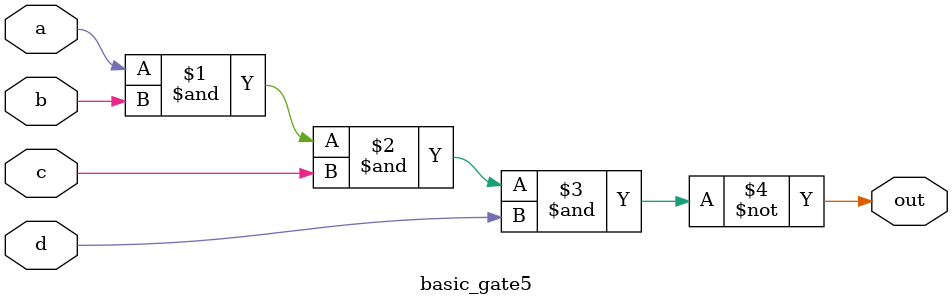
<source format=v>
`timescale 1ns / 1ps


module basic_gate1(
                input a,
                input b,
                output out
        );
 assign out=a&b;      
endmodule

module basic_gate2(
                input a,
                output out
        );
 assign out=~a;      
endmodule

module basic_gate3(
                input a,
                input b,
                input c,
                input d,
                output out
);
assign out=a|b|c|d;
endmodule

module basic_gate4(
                input a,
                input b,
                input c,
                input d,
                output out
);
assign out=~(a|b|c|d);
endmodule


module basic_gate5(
                input a,
                input b,
                input c,
                input d,
                output out
);
assign out=~(a&b&c&d);
endmodule
</source>
